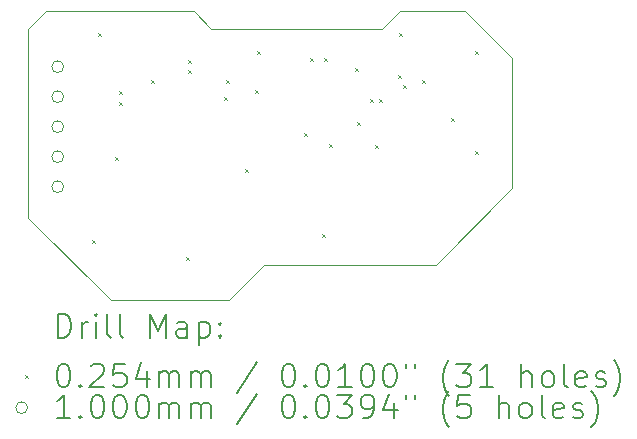
<source format=gbr>
%TF.GenerationSoftware,KiCad,Pcbnew,(6.0.7)*%
%TF.CreationDate,2022-12-27T11:47:11-06:00*%
%TF.ProjectId,UKDAQ,554b4441-512e-46b6-9963-61645f706362,rev?*%
%TF.SameCoordinates,Original*%
%TF.FileFunction,Drillmap*%
%TF.FilePolarity,Positive*%
%FSLAX45Y45*%
G04 Gerber Fmt 4.5, Leading zero omitted, Abs format (unit mm)*
G04 Created by KiCad (PCBNEW (6.0.7)) date 2022-12-27 11:47:11*
%MOMM*%
%LPD*%
G01*
G04 APERTURE LIST*
%ADD10C,0.100000*%
%ADD11C,0.200000*%
%ADD12C,0.025400*%
G04 APERTURE END LIST*
D10*
X14110000Y-11582000D02*
X15560000Y-11582000D01*
X13510000Y-9432000D02*
X12360000Y-9432000D01*
X16210000Y-10932000D02*
X16210000Y-9832000D01*
X12110000Y-11182000D02*
X12810000Y-11882000D01*
X15260000Y-9432000D02*
X15110000Y-9582000D01*
X12110000Y-9582000D02*
X12110000Y-11182000D01*
X12310000Y-9432000D02*
X12260000Y-9432000D01*
X12360000Y-9432000D02*
X12310000Y-9432000D01*
X13660000Y-9582000D02*
X13510000Y-9432000D01*
X16210000Y-9832000D02*
X15810000Y-9432000D01*
X12810000Y-11882000D02*
X13810000Y-11882000D01*
X15110000Y-9582000D02*
X13660000Y-9582000D01*
X13810000Y-11882000D02*
X14110000Y-11582000D01*
X15560000Y-11582000D02*
X16210000Y-10932000D01*
X15810000Y-9432000D02*
X15260000Y-9432000D01*
X12260000Y-9432000D02*
X12110000Y-9582000D01*
D11*
D12*
X12647300Y-11369300D02*
X12672700Y-11394700D01*
X12672700Y-11369300D02*
X12647300Y-11394700D01*
X12697300Y-9619300D02*
X12722700Y-9644700D01*
X12722700Y-9619300D02*
X12697300Y-9644700D01*
X12847300Y-10669300D02*
X12872700Y-10694700D01*
X12872700Y-10669300D02*
X12847300Y-10694700D01*
X12877300Y-10109300D02*
X12902700Y-10134700D01*
X12902700Y-10109300D02*
X12877300Y-10134700D01*
X12877300Y-10199300D02*
X12902700Y-10224700D01*
X12902700Y-10199300D02*
X12877300Y-10224700D01*
X13147300Y-10019300D02*
X13172700Y-10044700D01*
X13172700Y-10019300D02*
X13147300Y-10044700D01*
X13447300Y-11519300D02*
X13472700Y-11544700D01*
X13472700Y-11519300D02*
X13447300Y-11544700D01*
X13467300Y-9849300D02*
X13492700Y-9874700D01*
X13492700Y-9849300D02*
X13467300Y-9874700D01*
X13467300Y-9929300D02*
X13492700Y-9954700D01*
X13492700Y-9929300D02*
X13467300Y-9954700D01*
X13767300Y-10159300D02*
X13792700Y-10184700D01*
X13792700Y-10159300D02*
X13767300Y-10184700D01*
X13787300Y-10019300D02*
X13812700Y-10044700D01*
X13812700Y-10019300D02*
X13787300Y-10044700D01*
X13947300Y-10769300D02*
X13972700Y-10794700D01*
X13972700Y-10769300D02*
X13947300Y-10794700D01*
X14027300Y-10099300D02*
X14052700Y-10124700D01*
X14052700Y-10099300D02*
X14027300Y-10124700D01*
X14047300Y-9769300D02*
X14072700Y-9794700D01*
X14072700Y-9769300D02*
X14047300Y-9794700D01*
X14447300Y-10469300D02*
X14472700Y-10494700D01*
X14472700Y-10469300D02*
X14447300Y-10494700D01*
X14497300Y-9832590D02*
X14522700Y-9857990D01*
X14522700Y-9832590D02*
X14497300Y-9857990D01*
X14597300Y-11319300D02*
X14622700Y-11344700D01*
X14622700Y-11319300D02*
X14597300Y-11344700D01*
X14617300Y-9832590D02*
X14642700Y-9857990D01*
X14642700Y-9832590D02*
X14617300Y-9857990D01*
X14656390Y-10560210D02*
X14681790Y-10585610D01*
X14681790Y-10560210D02*
X14656390Y-10585610D01*
X14877300Y-9919300D02*
X14902700Y-9944700D01*
X14902700Y-9919300D02*
X14877300Y-9944700D01*
X14897300Y-10369300D02*
X14922700Y-10394700D01*
X14922700Y-10369300D02*
X14897300Y-10394700D01*
X15007300Y-10179300D02*
X15032700Y-10204700D01*
X15032700Y-10179300D02*
X15007300Y-10204700D01*
X15047300Y-10569300D02*
X15072700Y-10594700D01*
X15072700Y-10569300D02*
X15047300Y-10594700D01*
X15077300Y-10179300D02*
X15102700Y-10204700D01*
X15102700Y-10179300D02*
X15077300Y-10204700D01*
X15244618Y-9972590D02*
X15270018Y-9997990D01*
X15270018Y-9972590D02*
X15244618Y-9997990D01*
X15247300Y-9619300D02*
X15272700Y-9644700D01*
X15272700Y-9619300D02*
X15247300Y-9644700D01*
X15287300Y-10059300D02*
X15312700Y-10084700D01*
X15312700Y-10059300D02*
X15287300Y-10084700D01*
X15447300Y-10019300D02*
X15472700Y-10044700D01*
X15472700Y-10019300D02*
X15447300Y-10044700D01*
X15687300Y-10339300D02*
X15712700Y-10364700D01*
X15712700Y-10339300D02*
X15687300Y-10364700D01*
X15897300Y-9769300D02*
X15922700Y-9794700D01*
X15922700Y-9769300D02*
X15897300Y-9794700D01*
X15897300Y-10619300D02*
X15922700Y-10644700D01*
X15922700Y-10619300D02*
X15897300Y-10644700D01*
D10*
X12410000Y-9904000D02*
G75*
G03*
X12410000Y-9904000I-50000J0D01*
G01*
X12410000Y-10158000D02*
G75*
G03*
X12410000Y-10158000I-50000J0D01*
G01*
X12410000Y-10412000D02*
G75*
G03*
X12410000Y-10412000I-50000J0D01*
G01*
X12410000Y-10666000D02*
G75*
G03*
X12410000Y-10666000I-50000J0D01*
G01*
X12410000Y-10920000D02*
G75*
G03*
X12410000Y-10920000I-50000J0D01*
G01*
D11*
X12362619Y-12197476D02*
X12362619Y-11997476D01*
X12410238Y-11997476D01*
X12438809Y-12007000D01*
X12457857Y-12026048D01*
X12467381Y-12045095D01*
X12476905Y-12083190D01*
X12476905Y-12111762D01*
X12467381Y-12149857D01*
X12457857Y-12168905D01*
X12438809Y-12187952D01*
X12410238Y-12197476D01*
X12362619Y-12197476D01*
X12562619Y-12197476D02*
X12562619Y-12064143D01*
X12562619Y-12102238D02*
X12572143Y-12083190D01*
X12581667Y-12073667D01*
X12600714Y-12064143D01*
X12619762Y-12064143D01*
X12686428Y-12197476D02*
X12686428Y-12064143D01*
X12686428Y-11997476D02*
X12676905Y-12007000D01*
X12686428Y-12016524D01*
X12695952Y-12007000D01*
X12686428Y-11997476D01*
X12686428Y-12016524D01*
X12810238Y-12197476D02*
X12791190Y-12187952D01*
X12781667Y-12168905D01*
X12781667Y-11997476D01*
X12915000Y-12197476D02*
X12895952Y-12187952D01*
X12886428Y-12168905D01*
X12886428Y-11997476D01*
X13143571Y-12197476D02*
X13143571Y-11997476D01*
X13210238Y-12140333D01*
X13276905Y-11997476D01*
X13276905Y-12197476D01*
X13457857Y-12197476D02*
X13457857Y-12092714D01*
X13448333Y-12073667D01*
X13429286Y-12064143D01*
X13391190Y-12064143D01*
X13372143Y-12073667D01*
X13457857Y-12187952D02*
X13438809Y-12197476D01*
X13391190Y-12197476D01*
X13372143Y-12187952D01*
X13362619Y-12168905D01*
X13362619Y-12149857D01*
X13372143Y-12130809D01*
X13391190Y-12121286D01*
X13438809Y-12121286D01*
X13457857Y-12111762D01*
X13553095Y-12064143D02*
X13553095Y-12264143D01*
X13553095Y-12073667D02*
X13572143Y-12064143D01*
X13610238Y-12064143D01*
X13629286Y-12073667D01*
X13638809Y-12083190D01*
X13648333Y-12102238D01*
X13648333Y-12159381D01*
X13638809Y-12178428D01*
X13629286Y-12187952D01*
X13610238Y-12197476D01*
X13572143Y-12197476D01*
X13553095Y-12187952D01*
X13734048Y-12178428D02*
X13743571Y-12187952D01*
X13734048Y-12197476D01*
X13724524Y-12187952D01*
X13734048Y-12178428D01*
X13734048Y-12197476D01*
X13734048Y-12073667D02*
X13743571Y-12083190D01*
X13734048Y-12092714D01*
X13724524Y-12083190D01*
X13734048Y-12073667D01*
X13734048Y-12092714D01*
D12*
X12079600Y-12514300D02*
X12105000Y-12539700D01*
X12105000Y-12514300D02*
X12079600Y-12539700D01*
D11*
X12400714Y-12417476D02*
X12419762Y-12417476D01*
X12438809Y-12427000D01*
X12448333Y-12436524D01*
X12457857Y-12455571D01*
X12467381Y-12493667D01*
X12467381Y-12541286D01*
X12457857Y-12579381D01*
X12448333Y-12598428D01*
X12438809Y-12607952D01*
X12419762Y-12617476D01*
X12400714Y-12617476D01*
X12381667Y-12607952D01*
X12372143Y-12598428D01*
X12362619Y-12579381D01*
X12353095Y-12541286D01*
X12353095Y-12493667D01*
X12362619Y-12455571D01*
X12372143Y-12436524D01*
X12381667Y-12427000D01*
X12400714Y-12417476D01*
X12553095Y-12598428D02*
X12562619Y-12607952D01*
X12553095Y-12617476D01*
X12543571Y-12607952D01*
X12553095Y-12598428D01*
X12553095Y-12617476D01*
X12638809Y-12436524D02*
X12648333Y-12427000D01*
X12667381Y-12417476D01*
X12715000Y-12417476D01*
X12734048Y-12427000D01*
X12743571Y-12436524D01*
X12753095Y-12455571D01*
X12753095Y-12474619D01*
X12743571Y-12503190D01*
X12629286Y-12617476D01*
X12753095Y-12617476D01*
X12934048Y-12417476D02*
X12838809Y-12417476D01*
X12829286Y-12512714D01*
X12838809Y-12503190D01*
X12857857Y-12493667D01*
X12905476Y-12493667D01*
X12924524Y-12503190D01*
X12934048Y-12512714D01*
X12943571Y-12531762D01*
X12943571Y-12579381D01*
X12934048Y-12598428D01*
X12924524Y-12607952D01*
X12905476Y-12617476D01*
X12857857Y-12617476D01*
X12838809Y-12607952D01*
X12829286Y-12598428D01*
X13115000Y-12484143D02*
X13115000Y-12617476D01*
X13067381Y-12407952D02*
X13019762Y-12550809D01*
X13143571Y-12550809D01*
X13219762Y-12617476D02*
X13219762Y-12484143D01*
X13219762Y-12503190D02*
X13229286Y-12493667D01*
X13248333Y-12484143D01*
X13276905Y-12484143D01*
X13295952Y-12493667D01*
X13305476Y-12512714D01*
X13305476Y-12617476D01*
X13305476Y-12512714D02*
X13315000Y-12493667D01*
X13334048Y-12484143D01*
X13362619Y-12484143D01*
X13381667Y-12493667D01*
X13391190Y-12512714D01*
X13391190Y-12617476D01*
X13486428Y-12617476D02*
X13486428Y-12484143D01*
X13486428Y-12503190D02*
X13495952Y-12493667D01*
X13515000Y-12484143D01*
X13543571Y-12484143D01*
X13562619Y-12493667D01*
X13572143Y-12512714D01*
X13572143Y-12617476D01*
X13572143Y-12512714D02*
X13581667Y-12493667D01*
X13600714Y-12484143D01*
X13629286Y-12484143D01*
X13648333Y-12493667D01*
X13657857Y-12512714D01*
X13657857Y-12617476D01*
X14048333Y-12407952D02*
X13876905Y-12665095D01*
X14305476Y-12417476D02*
X14324524Y-12417476D01*
X14343571Y-12427000D01*
X14353095Y-12436524D01*
X14362619Y-12455571D01*
X14372143Y-12493667D01*
X14372143Y-12541286D01*
X14362619Y-12579381D01*
X14353095Y-12598428D01*
X14343571Y-12607952D01*
X14324524Y-12617476D01*
X14305476Y-12617476D01*
X14286428Y-12607952D01*
X14276905Y-12598428D01*
X14267381Y-12579381D01*
X14257857Y-12541286D01*
X14257857Y-12493667D01*
X14267381Y-12455571D01*
X14276905Y-12436524D01*
X14286428Y-12427000D01*
X14305476Y-12417476D01*
X14457857Y-12598428D02*
X14467381Y-12607952D01*
X14457857Y-12617476D01*
X14448333Y-12607952D01*
X14457857Y-12598428D01*
X14457857Y-12617476D01*
X14591190Y-12417476D02*
X14610238Y-12417476D01*
X14629286Y-12427000D01*
X14638809Y-12436524D01*
X14648333Y-12455571D01*
X14657857Y-12493667D01*
X14657857Y-12541286D01*
X14648333Y-12579381D01*
X14638809Y-12598428D01*
X14629286Y-12607952D01*
X14610238Y-12617476D01*
X14591190Y-12617476D01*
X14572143Y-12607952D01*
X14562619Y-12598428D01*
X14553095Y-12579381D01*
X14543571Y-12541286D01*
X14543571Y-12493667D01*
X14553095Y-12455571D01*
X14562619Y-12436524D01*
X14572143Y-12427000D01*
X14591190Y-12417476D01*
X14848333Y-12617476D02*
X14734048Y-12617476D01*
X14791190Y-12617476D02*
X14791190Y-12417476D01*
X14772143Y-12446048D01*
X14753095Y-12465095D01*
X14734048Y-12474619D01*
X14972143Y-12417476D02*
X14991190Y-12417476D01*
X15010238Y-12427000D01*
X15019762Y-12436524D01*
X15029286Y-12455571D01*
X15038809Y-12493667D01*
X15038809Y-12541286D01*
X15029286Y-12579381D01*
X15019762Y-12598428D01*
X15010238Y-12607952D01*
X14991190Y-12617476D01*
X14972143Y-12617476D01*
X14953095Y-12607952D01*
X14943571Y-12598428D01*
X14934048Y-12579381D01*
X14924524Y-12541286D01*
X14924524Y-12493667D01*
X14934048Y-12455571D01*
X14943571Y-12436524D01*
X14953095Y-12427000D01*
X14972143Y-12417476D01*
X15162619Y-12417476D02*
X15181667Y-12417476D01*
X15200714Y-12427000D01*
X15210238Y-12436524D01*
X15219762Y-12455571D01*
X15229286Y-12493667D01*
X15229286Y-12541286D01*
X15219762Y-12579381D01*
X15210238Y-12598428D01*
X15200714Y-12607952D01*
X15181667Y-12617476D01*
X15162619Y-12617476D01*
X15143571Y-12607952D01*
X15134048Y-12598428D01*
X15124524Y-12579381D01*
X15115000Y-12541286D01*
X15115000Y-12493667D01*
X15124524Y-12455571D01*
X15134048Y-12436524D01*
X15143571Y-12427000D01*
X15162619Y-12417476D01*
X15305476Y-12417476D02*
X15305476Y-12455571D01*
X15381667Y-12417476D02*
X15381667Y-12455571D01*
X15676905Y-12693667D02*
X15667381Y-12684143D01*
X15648333Y-12655571D01*
X15638809Y-12636524D01*
X15629286Y-12607952D01*
X15619762Y-12560333D01*
X15619762Y-12522238D01*
X15629286Y-12474619D01*
X15638809Y-12446048D01*
X15648333Y-12427000D01*
X15667381Y-12398428D01*
X15676905Y-12388905D01*
X15734048Y-12417476D02*
X15857857Y-12417476D01*
X15791190Y-12493667D01*
X15819762Y-12493667D01*
X15838809Y-12503190D01*
X15848333Y-12512714D01*
X15857857Y-12531762D01*
X15857857Y-12579381D01*
X15848333Y-12598428D01*
X15838809Y-12607952D01*
X15819762Y-12617476D01*
X15762619Y-12617476D01*
X15743571Y-12607952D01*
X15734048Y-12598428D01*
X16048333Y-12617476D02*
X15934048Y-12617476D01*
X15991190Y-12617476D02*
X15991190Y-12417476D01*
X15972143Y-12446048D01*
X15953095Y-12465095D01*
X15934048Y-12474619D01*
X16286428Y-12617476D02*
X16286428Y-12417476D01*
X16372143Y-12617476D02*
X16372143Y-12512714D01*
X16362619Y-12493667D01*
X16343571Y-12484143D01*
X16315000Y-12484143D01*
X16295952Y-12493667D01*
X16286428Y-12503190D01*
X16495952Y-12617476D02*
X16476905Y-12607952D01*
X16467381Y-12598428D01*
X16457857Y-12579381D01*
X16457857Y-12522238D01*
X16467381Y-12503190D01*
X16476905Y-12493667D01*
X16495952Y-12484143D01*
X16524524Y-12484143D01*
X16543571Y-12493667D01*
X16553095Y-12503190D01*
X16562619Y-12522238D01*
X16562619Y-12579381D01*
X16553095Y-12598428D01*
X16543571Y-12607952D01*
X16524524Y-12617476D01*
X16495952Y-12617476D01*
X16676905Y-12617476D02*
X16657857Y-12607952D01*
X16648333Y-12588905D01*
X16648333Y-12417476D01*
X16829286Y-12607952D02*
X16810238Y-12617476D01*
X16772143Y-12617476D01*
X16753095Y-12607952D01*
X16743571Y-12588905D01*
X16743571Y-12512714D01*
X16753095Y-12493667D01*
X16772143Y-12484143D01*
X16810238Y-12484143D01*
X16829286Y-12493667D01*
X16838810Y-12512714D01*
X16838810Y-12531762D01*
X16743571Y-12550809D01*
X16915000Y-12607952D02*
X16934048Y-12617476D01*
X16972143Y-12617476D01*
X16991190Y-12607952D01*
X17000714Y-12588905D01*
X17000714Y-12579381D01*
X16991190Y-12560333D01*
X16972143Y-12550809D01*
X16943571Y-12550809D01*
X16924524Y-12541286D01*
X16915000Y-12522238D01*
X16915000Y-12512714D01*
X16924524Y-12493667D01*
X16943571Y-12484143D01*
X16972143Y-12484143D01*
X16991190Y-12493667D01*
X17067381Y-12693667D02*
X17076905Y-12684143D01*
X17095952Y-12655571D01*
X17105476Y-12636524D01*
X17115000Y-12607952D01*
X17124524Y-12560333D01*
X17124524Y-12522238D01*
X17115000Y-12474619D01*
X17105476Y-12446048D01*
X17095952Y-12427000D01*
X17076905Y-12398428D01*
X17067381Y-12388905D01*
D10*
X12105000Y-12791000D02*
G75*
G03*
X12105000Y-12791000I-50000J0D01*
G01*
D11*
X12467381Y-12881476D02*
X12353095Y-12881476D01*
X12410238Y-12881476D02*
X12410238Y-12681476D01*
X12391190Y-12710048D01*
X12372143Y-12729095D01*
X12353095Y-12738619D01*
X12553095Y-12862428D02*
X12562619Y-12871952D01*
X12553095Y-12881476D01*
X12543571Y-12871952D01*
X12553095Y-12862428D01*
X12553095Y-12881476D01*
X12686428Y-12681476D02*
X12705476Y-12681476D01*
X12724524Y-12691000D01*
X12734048Y-12700524D01*
X12743571Y-12719571D01*
X12753095Y-12757667D01*
X12753095Y-12805286D01*
X12743571Y-12843381D01*
X12734048Y-12862428D01*
X12724524Y-12871952D01*
X12705476Y-12881476D01*
X12686428Y-12881476D01*
X12667381Y-12871952D01*
X12657857Y-12862428D01*
X12648333Y-12843381D01*
X12638809Y-12805286D01*
X12638809Y-12757667D01*
X12648333Y-12719571D01*
X12657857Y-12700524D01*
X12667381Y-12691000D01*
X12686428Y-12681476D01*
X12876905Y-12681476D02*
X12895952Y-12681476D01*
X12915000Y-12691000D01*
X12924524Y-12700524D01*
X12934048Y-12719571D01*
X12943571Y-12757667D01*
X12943571Y-12805286D01*
X12934048Y-12843381D01*
X12924524Y-12862428D01*
X12915000Y-12871952D01*
X12895952Y-12881476D01*
X12876905Y-12881476D01*
X12857857Y-12871952D01*
X12848333Y-12862428D01*
X12838809Y-12843381D01*
X12829286Y-12805286D01*
X12829286Y-12757667D01*
X12838809Y-12719571D01*
X12848333Y-12700524D01*
X12857857Y-12691000D01*
X12876905Y-12681476D01*
X13067381Y-12681476D02*
X13086428Y-12681476D01*
X13105476Y-12691000D01*
X13115000Y-12700524D01*
X13124524Y-12719571D01*
X13134048Y-12757667D01*
X13134048Y-12805286D01*
X13124524Y-12843381D01*
X13115000Y-12862428D01*
X13105476Y-12871952D01*
X13086428Y-12881476D01*
X13067381Y-12881476D01*
X13048333Y-12871952D01*
X13038809Y-12862428D01*
X13029286Y-12843381D01*
X13019762Y-12805286D01*
X13019762Y-12757667D01*
X13029286Y-12719571D01*
X13038809Y-12700524D01*
X13048333Y-12691000D01*
X13067381Y-12681476D01*
X13219762Y-12881476D02*
X13219762Y-12748143D01*
X13219762Y-12767190D02*
X13229286Y-12757667D01*
X13248333Y-12748143D01*
X13276905Y-12748143D01*
X13295952Y-12757667D01*
X13305476Y-12776714D01*
X13305476Y-12881476D01*
X13305476Y-12776714D02*
X13315000Y-12757667D01*
X13334048Y-12748143D01*
X13362619Y-12748143D01*
X13381667Y-12757667D01*
X13391190Y-12776714D01*
X13391190Y-12881476D01*
X13486428Y-12881476D02*
X13486428Y-12748143D01*
X13486428Y-12767190D02*
X13495952Y-12757667D01*
X13515000Y-12748143D01*
X13543571Y-12748143D01*
X13562619Y-12757667D01*
X13572143Y-12776714D01*
X13572143Y-12881476D01*
X13572143Y-12776714D02*
X13581667Y-12757667D01*
X13600714Y-12748143D01*
X13629286Y-12748143D01*
X13648333Y-12757667D01*
X13657857Y-12776714D01*
X13657857Y-12881476D01*
X14048333Y-12671952D02*
X13876905Y-12929095D01*
X14305476Y-12681476D02*
X14324524Y-12681476D01*
X14343571Y-12691000D01*
X14353095Y-12700524D01*
X14362619Y-12719571D01*
X14372143Y-12757667D01*
X14372143Y-12805286D01*
X14362619Y-12843381D01*
X14353095Y-12862428D01*
X14343571Y-12871952D01*
X14324524Y-12881476D01*
X14305476Y-12881476D01*
X14286428Y-12871952D01*
X14276905Y-12862428D01*
X14267381Y-12843381D01*
X14257857Y-12805286D01*
X14257857Y-12757667D01*
X14267381Y-12719571D01*
X14276905Y-12700524D01*
X14286428Y-12691000D01*
X14305476Y-12681476D01*
X14457857Y-12862428D02*
X14467381Y-12871952D01*
X14457857Y-12881476D01*
X14448333Y-12871952D01*
X14457857Y-12862428D01*
X14457857Y-12881476D01*
X14591190Y-12681476D02*
X14610238Y-12681476D01*
X14629286Y-12691000D01*
X14638809Y-12700524D01*
X14648333Y-12719571D01*
X14657857Y-12757667D01*
X14657857Y-12805286D01*
X14648333Y-12843381D01*
X14638809Y-12862428D01*
X14629286Y-12871952D01*
X14610238Y-12881476D01*
X14591190Y-12881476D01*
X14572143Y-12871952D01*
X14562619Y-12862428D01*
X14553095Y-12843381D01*
X14543571Y-12805286D01*
X14543571Y-12757667D01*
X14553095Y-12719571D01*
X14562619Y-12700524D01*
X14572143Y-12691000D01*
X14591190Y-12681476D01*
X14724524Y-12681476D02*
X14848333Y-12681476D01*
X14781667Y-12757667D01*
X14810238Y-12757667D01*
X14829286Y-12767190D01*
X14838809Y-12776714D01*
X14848333Y-12795762D01*
X14848333Y-12843381D01*
X14838809Y-12862428D01*
X14829286Y-12871952D01*
X14810238Y-12881476D01*
X14753095Y-12881476D01*
X14734048Y-12871952D01*
X14724524Y-12862428D01*
X14943571Y-12881476D02*
X14981667Y-12881476D01*
X15000714Y-12871952D01*
X15010238Y-12862428D01*
X15029286Y-12833857D01*
X15038809Y-12795762D01*
X15038809Y-12719571D01*
X15029286Y-12700524D01*
X15019762Y-12691000D01*
X15000714Y-12681476D01*
X14962619Y-12681476D01*
X14943571Y-12691000D01*
X14934048Y-12700524D01*
X14924524Y-12719571D01*
X14924524Y-12767190D01*
X14934048Y-12786238D01*
X14943571Y-12795762D01*
X14962619Y-12805286D01*
X15000714Y-12805286D01*
X15019762Y-12795762D01*
X15029286Y-12786238D01*
X15038809Y-12767190D01*
X15210238Y-12748143D02*
X15210238Y-12881476D01*
X15162619Y-12671952D02*
X15115000Y-12814809D01*
X15238809Y-12814809D01*
X15305476Y-12681476D02*
X15305476Y-12719571D01*
X15381667Y-12681476D02*
X15381667Y-12719571D01*
X15676905Y-12957667D02*
X15667381Y-12948143D01*
X15648333Y-12919571D01*
X15638809Y-12900524D01*
X15629286Y-12871952D01*
X15619762Y-12824333D01*
X15619762Y-12786238D01*
X15629286Y-12738619D01*
X15638809Y-12710048D01*
X15648333Y-12691000D01*
X15667381Y-12662428D01*
X15676905Y-12652905D01*
X15848333Y-12681476D02*
X15753095Y-12681476D01*
X15743571Y-12776714D01*
X15753095Y-12767190D01*
X15772143Y-12757667D01*
X15819762Y-12757667D01*
X15838809Y-12767190D01*
X15848333Y-12776714D01*
X15857857Y-12795762D01*
X15857857Y-12843381D01*
X15848333Y-12862428D01*
X15838809Y-12871952D01*
X15819762Y-12881476D01*
X15772143Y-12881476D01*
X15753095Y-12871952D01*
X15743571Y-12862428D01*
X16095952Y-12881476D02*
X16095952Y-12681476D01*
X16181667Y-12881476D02*
X16181667Y-12776714D01*
X16172143Y-12757667D01*
X16153095Y-12748143D01*
X16124524Y-12748143D01*
X16105476Y-12757667D01*
X16095952Y-12767190D01*
X16305476Y-12881476D02*
X16286428Y-12871952D01*
X16276905Y-12862428D01*
X16267381Y-12843381D01*
X16267381Y-12786238D01*
X16276905Y-12767190D01*
X16286428Y-12757667D01*
X16305476Y-12748143D01*
X16334048Y-12748143D01*
X16353095Y-12757667D01*
X16362619Y-12767190D01*
X16372143Y-12786238D01*
X16372143Y-12843381D01*
X16362619Y-12862428D01*
X16353095Y-12871952D01*
X16334048Y-12881476D01*
X16305476Y-12881476D01*
X16486428Y-12881476D02*
X16467381Y-12871952D01*
X16457857Y-12852905D01*
X16457857Y-12681476D01*
X16638809Y-12871952D02*
X16619762Y-12881476D01*
X16581667Y-12881476D01*
X16562619Y-12871952D01*
X16553095Y-12852905D01*
X16553095Y-12776714D01*
X16562619Y-12757667D01*
X16581667Y-12748143D01*
X16619762Y-12748143D01*
X16638809Y-12757667D01*
X16648333Y-12776714D01*
X16648333Y-12795762D01*
X16553095Y-12814809D01*
X16724524Y-12871952D02*
X16743571Y-12881476D01*
X16781667Y-12881476D01*
X16800714Y-12871952D01*
X16810238Y-12852905D01*
X16810238Y-12843381D01*
X16800714Y-12824333D01*
X16781667Y-12814809D01*
X16753095Y-12814809D01*
X16734048Y-12805286D01*
X16724524Y-12786238D01*
X16724524Y-12776714D01*
X16734048Y-12757667D01*
X16753095Y-12748143D01*
X16781667Y-12748143D01*
X16800714Y-12757667D01*
X16876905Y-12957667D02*
X16886429Y-12948143D01*
X16905476Y-12919571D01*
X16915000Y-12900524D01*
X16924524Y-12871952D01*
X16934048Y-12824333D01*
X16934048Y-12786238D01*
X16924524Y-12738619D01*
X16915000Y-12710048D01*
X16905476Y-12691000D01*
X16886429Y-12662428D01*
X16876905Y-12652905D01*
M02*

</source>
